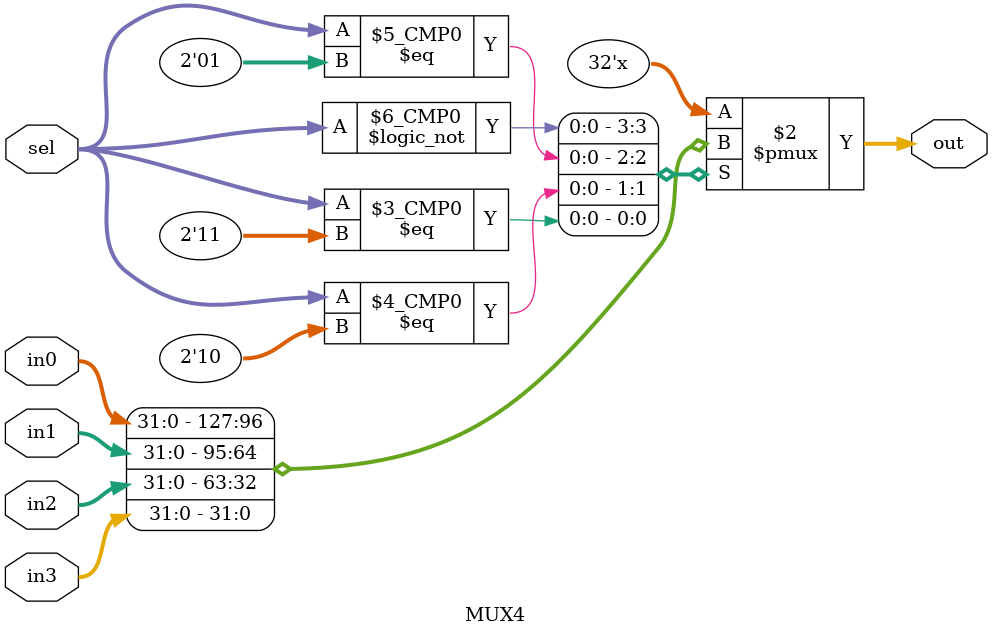
<source format=v>
`timescale 1ns / 1ps


module REG #(parameter MSB = 31, LSB = 0)(
    input clk, hold, clear,
    input [MSB:LSB] in,
    output reg [MSB:LSB] out
    );
    initial begin
        out <= 0;
    end
    always @(posedge clk) begin
        if(clear) out <= 0;
        else if(hold) out <= out;
        else out <= in;
    end
endmodule

module ADD #(parameter MSB = 31, LSB = 0) (
    input [MSB:LSB] in0, in1,
    output [MSB:LSB] out
    );
    assign out = in0+in1;
endmodule

module MUX2 #(parameter MSB = 31, LSB = 0) (
    input [MSB:LSB] in0, in1,
    input sel,
    output reg [MSB:LSB] out
    );
    always @(*) begin
        case(sel)
            1'b0: out <= in0;
            1'b1: out <= in1;
        endcase
    end
endmodule

module MUX4 #(parameter MSB = 31, LSB = 0) (
    input [MSB:LSB] in0, in1, in2, in3,
    input [1:0]sel,
    output reg [MSB:LSB] out
    );
    always @(*) begin
        case(sel)
            2'b00: out <= in0;
            2'b01: out <= in1;
            2'b10: out <= in2;
            2'b11: out <= in3;
        endcase
    end
endmodule
</source>
